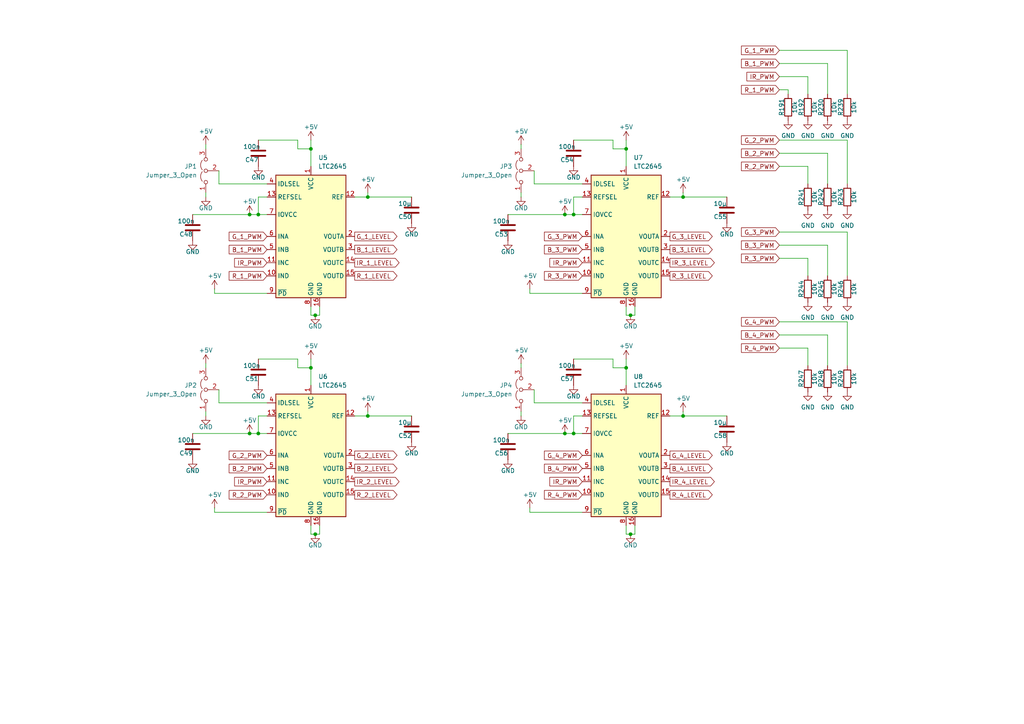
<source format=kicad_sch>
(kicad_sch (version 20250114) (generator "eeschema") (generator_version "9.0")
  (paper "A4")
  (title_block (title "608-Alfactory-Assay-Arena") (date "01.2024") (comment 1 "Optogen Arena RGB LED V1.0") (comment 2 "LED type: ASMG-PT00-00001") (comment 3 "R:625nm, G:525nm, B:460nm, IR:850nm"))
  (lib_symbols
    (symbol "Device:C" (pin_numbers (hide yes)) (pin_names (offset 0.254))
      (property "Reference" "C" (at 0.635 2.54 0))
      (property "Value" "C" (at 0.635 -2.54 0))
      (symbol "C_0_1"
        (polyline (pts (xy -2.032 0.762) (xy 2.032 0.762)) (stroke (width 0.508)))
        (polyline (pts (xy -2.032 -0.762) (xy 2.032 -0.762)) (stroke (width 0.508)))
      )
      (symbol "C_1_1"
        (pin passive line (at 0 3.81 270) (length 2.794) (name "~") (number "1"))
        (pin passive line (at 0 -3.81 90) (length 2.794) (name "~") (number "2"))
      )
    )
    (symbol "Device:R" (pin_numbers (hide yes)) (pin_names (offset 0))
      (property "Reference" "R" (at 2.032 0 90))
      (property "Value" "R" (at 0 0 90))
      (symbol "R_0_1"
        (rectangle (start -1.016 -2.54) (end 1.016 2.54) (stroke (width 0.254)))
      )
      (symbol "R_1_1"
        (pin passive line (at 0 3.81 270) (length 1.27) (name "~") (number "1"))
        (pin passive line (at 0 -3.81 90) (length 1.27) (name "~") (number "2"))
      )
    )
    (symbol "Jumper:Jumper_3_Open" (pin_names (offset 0) (hide yes)) (exclude_from_sim yes) (in_bom no)
      (property "Reference" "JP" (at -2.54 -2.54 0))
      (property "Value" "Jumper_3_Open" (at 0 2.794 0))
      (symbol "Jumper_3_Open_0_0"
        (circle (center -3.302 0) (radius 0.508))
        (circle (center 0 0) (radius 0.508))
        (circle (center 3.302 0) (radius 0.508))
      )
      (symbol "Jumper_3_Open_0_1"
        (arc (start -3.048 1.016) (mid -1.651 1.4992) (end -0.254 1.016))
        (polyline (pts (xy 0 -0.508) (xy 0 -1.27)))
        (arc (start 0.254 1.016) (mid 1.651 1.4992) (end 3.048 1.016))
      )
      (symbol "Jumper_3_Open_1_1"
        (pin passive line (at -6.35 0 0) (length 2.54) (name "A") (number "1"))
        (pin passive line (at 0 -3.81 90) (length 2.54) (name "C") (number "2"))
        (pin passive line (at 6.35 0 180) (length 2.54) (name "B") (number "3"))
      )
    )
    (symbol "LTC2645:LTC2645"
      (property "Reference" "U" (at -8.89 19.05 0))
      (property "Value" "LTC2645" (at 7.62 19.05 0))
      (symbol "LTC2645_0_1"
        (rectangle (start -10.16 17.78) (end 10.16 -17.78) (stroke (width 0.254)) (fill (type background)))
      )
      (symbol "LTC2645_1_1"
        (pin input line (at -12.7 15.24 0) (length 2.54) (name "IDLSEL") (number "4"))
        (pin input line (at -12.7 11.43 0) (length 2.54) (name "REFSEL") (number "13"))
        (pin input line (at -12.7 6.35 0) (length 2.54) (name "IOVCC") (number "7"))
        (pin input line (at -12.7 0 0) (length 2.54) (name "INA") (number "6"))
        (pin input line (at -12.7 -3.81 0) (length 2.54) (name "INB") (number "5"))
        (pin input line (at -12.7 -7.62 0) (length 2.54) (name "INC") (number "11"))
        (pin input line (at -12.7 -11.43 0) (length 2.54) (name "IND") (number "10"))
        (pin input line (at -12.7 -16.51 0) (length 2.54) (name "~{PD}") (number "9"))
        (pin power_in line (at 0 20.32 270) (length 2.54) (name "VCC") (number "1"))
        (pin power_in line (at 0 -20.32 90) (length 2.54) (name "GND") (number "8"))
        (pin power_in line (at 2.54 -20.32 90) (length 2.54) (name "GND") (number "16"))
        (pin power_in line (at 12.7 11.43 180) (length 2.54) (name "REF") (number "12"))
        (pin output line (at 12.7 0 180) (length 2.54) (name "VOUTA") (number "2"))
        (pin output line (at 12.7 -3.81 180) (length 2.54) (name "VOUTB") (number "3"))
        (pin output line (at 12.7 -7.62 180) (length 2.54) (name "VOUTC") (number "14"))
        (pin output line (at 12.7 -11.43 180) (length 2.54) (name "VOUTD") (number "15"))
      )
    )
    (symbol "power:+5V" (power) (pin_numbers (hide yes)) (pin_names (offset 0) (hide yes))
      (property "Value" "+5V" (at 0 3.556 0))
      (symbol "+5V_0_1"
        (polyline (pts (xy -0.762 1.27) (xy 0 2.54)))
        (polyline (pts (xy 0 2.54) (xy 0.762 1.27)))
        (polyline (pts (xy 0 0) (xy 0 2.54)))
      )
      (symbol "+5V_1_1"
        (pin power_in line (at 0 0 90) (length 0) (name "~") (number "1"))
      )
    )
    (symbol "power:GND" (power) (pin_numbers (hide yes)) (pin_names (offset 0) (hide yes))
      (property "Value" "GND" (at 0 -3.81 0))
      (symbol "GND_0_1"
        (polyline (pts (xy 0 0) (xy 0 -1.27) (xy 1.27 -1.27) (xy 0 -2.54) (xy -1.27 -1.27) (xy 0 -1.27)))
      )
      (symbol "GND_1_1"
        (pin power_in line (at 0 0 270) (length 0) (name "~") (number "1"))
      )
    )
  )
  (junction (at 182.88 154.94))
  (junction (at 163.83 62.23))
  (junction (at 181.61 43.18))
  (junction (at 90.17 43.18))
  (junction (at 181.61 106.68))
  (junction (at 72.39 125.73))
  (junction (at 74.93 62.23))
  (junction (at 166.37 62.23))
  (junction (at 90.17 106.68))
  (junction (at 163.83 125.73))
  (junction (at 91.44 154.94))
  (junction (at 198.12 120.65))
  (junction (at 198.12 57.15))
  (junction (at 182.88 91.44))
  (junction (at 106.68 120.65))
  (junction (at 106.68 57.15))
  (junction (at 91.44 91.44))
  (junction (at 166.37 125.73))
  (junction (at 72.39 62.23))
  (junction (at 74.93 125.73))
  (wire (pts (xy 166.37 120.65) (xy 166.37 125.73)))
  (wire (pts (xy 168.91 57.15) (xy 166.37 57.15)))
  (wire (pts (xy 63.5 49.53) (xy 63.5 53.34)))
  (wire (pts (xy 234.315 74.93) (xy 234.315 80.01)))
  (wire (pts (xy 147.32 125.73) (xy 163.83 125.73)))
  (wire (pts (xy 74.93 57.15) (xy 74.93 62.23)))
  (wire (pts (xy 240.03 18.415) (xy 240.03 27.305)))
  (wire (pts (xy 184.15 152.4) (xy 184.15 154.94)))
  (wire (pts (xy 154.94 49.53) (xy 154.94 53.34)))
  (wire (pts (xy 55.88 62.23) (xy 72.39 62.23)))
  (wire (pts (xy 92.71 91.44) (xy 91.44 91.44)))
  (wire (pts (xy 198.12 55.88) (xy 198.12 57.15)))
  (wire (pts (xy 166.37 125.73) (xy 168.91 125.73)))
  (wire (pts (xy 92.71 88.9) (xy 92.71 91.44)))
  (wire (pts (xy 86.36 43.18) (xy 90.17 43.18)))
  (wire (pts (xy 226.06 44.45) (xy 240.03 44.45)))
  (wire (pts (xy 168.91 120.65) (xy 166.37 120.65)))
  (wire (pts (xy 226.06 18.415) (xy 240.03 18.415)))
  (wire (pts (xy 151.13 105.41) (xy 151.13 106.68)))
  (wire (pts (xy 154.94 113.03) (xy 154.94 116.84)))
  (wire (pts (xy 234.315 22.225) (xy 234.315 27.305)))
  (wire (pts (xy 226.06 100.965) (xy 234.315 100.965)))
  (wire (pts (xy 181.61 106.68) (xy 181.61 111.76)))
  (wire (pts (xy 182.88 154.94) (xy 181.61 154.94)))
  (wire (pts (xy 154.94 116.84) (xy 168.91 116.84)))
  (wire (pts (xy 228.6 26.035) (xy 228.6 27.305)))
  (wire (pts (xy 226.06 97.155) (xy 240.03 97.155)))
  (wire (pts (xy 226.06 93.345) (xy 245.745 93.345)))
  (wire (pts (xy 153.67 83.82) (xy 153.67 85.09)))
  (wire (pts (xy 90.17 43.18) (xy 90.17 48.26)))
  (wire (pts (xy 59.69 105.41) (xy 59.69 106.68)))
  (wire (pts (xy 102.87 57.15) (xy 106.68 57.15)))
  (wire (pts (xy 74.93 62.23) (xy 77.47 62.23)))
  (wire (pts (xy 245.745 40.64) (xy 245.745 53.34)))
  (wire (pts (xy 74.93 40.64) (xy 86.36 40.64)))
  (wire (pts (xy 62.23 85.09) (xy 77.47 85.09)))
  (wire (pts (xy 245.745 14.605) (xy 245.745 27.305)))
  (wire (pts (xy 163.83 125.73) (xy 166.37 125.73)))
  (wire (pts (xy 181.61 91.44) (xy 181.61 88.9)))
  (wire (pts (xy 62.23 148.59) (xy 77.47 148.59)))
  (wire (pts (xy 166.37 57.15) (xy 166.37 62.23)))
  (wire (pts (xy 74.93 125.73) (xy 77.47 125.73)))
  (wire (pts (xy 77.47 120.65) (xy 74.93 120.65)))
  (wire (pts (xy 153.67 147.32) (xy 153.67 148.59)))
  (wire (pts (xy 72.39 62.23) (xy 74.93 62.23)))
  (wire (pts (xy 86.36 106.68) (xy 90.17 106.68)))
  (wire (pts (xy 90.17 106.68) (xy 90.17 111.76)))
  (wire (pts (xy 55.88 125.73) (xy 72.39 125.73)))
  (wire (pts (xy 62.23 147.32) (xy 62.23 148.59)))
  (wire (pts (xy 91.44 91.44) (xy 90.17 91.44)))
  (wire (pts (xy 92.71 152.4) (xy 92.71 154.94)))
  (wire (pts (xy 63.5 116.84) (xy 77.47 116.84)))
  (wire (pts (xy 226.06 71.12) (xy 240.03 71.12)))
  (wire (pts (xy 151.13 41.91) (xy 151.13 43.18)))
  (wire (pts (xy 184.15 91.44) (xy 182.88 91.44)))
  (wire (pts (xy 106.68 57.15) (xy 119.38 57.15)))
  (wire (pts (xy 198.12 120.65) (xy 210.82 120.65)))
  (wire (pts (xy 166.37 104.14) (xy 177.8 104.14)))
  (wire (pts (xy 153.67 85.09) (xy 168.91 85.09)))
  (wire (pts (xy 102.87 120.65) (xy 106.68 120.65)))
  (wire (pts (xy 226.06 14.605) (xy 245.745 14.605)))
  (wire (pts (xy 240.03 97.155) (xy 240.03 106.045)))
  (wire (pts (xy 194.31 120.65) (xy 198.12 120.65)))
  (wire (pts (xy 90.17 40.64) (xy 90.17 43.18)))
  (wire (pts (xy 59.69 41.91) (xy 59.69 43.18)))
  (wire (pts (xy 226.06 48.26) (xy 234.315 48.26)))
  (wire (pts (xy 92.71 154.94) (xy 91.44 154.94)))
  (wire (pts (xy 166.37 62.23) (xy 168.91 62.23)))
  (wire (pts (xy 151.13 119.38) (xy 151.13 120.65)))
  (wire (pts (xy 72.39 125.73) (xy 74.93 125.73)))
  (wire (pts (xy 74.93 104.14) (xy 86.36 104.14)))
  (wire (pts (xy 91.44 154.94) (xy 90.17 154.94)))
  (wire (pts (xy 63.5 53.34) (xy 77.47 53.34)))
  (wire (pts (xy 226.06 74.93) (xy 234.315 74.93)))
  (wire (pts (xy 74.93 120.65) (xy 74.93 125.73)))
  (wire (pts (xy 77.47 57.15) (xy 74.93 57.15)))
  (wire (pts (xy 198.12 57.15) (xy 210.82 57.15)))
  (wire (pts (xy 106.68 120.65) (xy 119.38 120.65)))
  (wire (pts (xy 226.06 22.225) (xy 234.315 22.225)))
  (wire (pts (xy 198.12 119.38) (xy 198.12 120.65)))
  (wire (pts (xy 245.745 67.31) (xy 245.745 80.01)))
  (wire (pts (xy 181.61 104.14) (xy 181.61 106.68)))
  (wire (pts (xy 166.37 40.64) (xy 177.8 40.64)))
  (wire (pts (xy 177.8 40.64) (xy 177.8 43.18)))
  (wire (pts (xy 106.68 119.38) (xy 106.68 120.65)))
  (wire (pts (xy 234.315 48.26) (xy 234.315 53.34)))
  (wire (pts (xy 62.23 83.82) (xy 62.23 85.09)))
  (wire (pts (xy 194.31 57.15) (xy 198.12 57.15)))
  (wire (pts (xy 90.17 154.94) (xy 90.17 152.4)))
  (wire (pts (xy 226.06 26.035) (xy 228.6 26.035)))
  (wire (pts (xy 59.69 55.88) (xy 59.69 57.15)))
  (wire (pts (xy 90.17 104.14) (xy 90.17 106.68)))
  (wire (pts (xy 226.06 67.31) (xy 245.745 67.31)))
  (wire (pts (xy 240.03 71.12) (xy 240.03 80.01)))
  (wire (pts (xy 184.15 88.9) (xy 184.15 91.44)))
  (wire (pts (xy 86.36 104.14) (xy 86.36 106.68)))
  (wire (pts (xy 153.67 148.59) (xy 168.91 148.59)))
  (wire (pts (xy 151.13 55.88) (xy 151.13 57.15)))
  (wire (pts (xy 234.315 100.965) (xy 234.315 106.045)))
  (wire (pts (xy 245.745 93.345) (xy 245.745 106.045)))
  (wire (pts (xy 147.32 62.23) (xy 163.83 62.23)))
  (wire (pts (xy 90.17 91.44) (xy 90.17 88.9)))
  (wire (pts (xy 177.8 104.14) (xy 177.8 106.68)))
  (wire (pts (xy 177.8 43.18) (xy 181.61 43.18)))
  (wire (pts (xy 226.06 40.64) (xy 245.745 40.64)))
  (wire (pts (xy 106.68 55.88) (xy 106.68 57.15)))
  (wire (pts (xy 163.83 62.23) (xy 166.37 62.23)))
  (wire (pts (xy 181.61 154.94) (xy 181.61 152.4)))
  (wire (pts (xy 182.88 91.44) (xy 181.61 91.44)))
  (wire (pts (xy 86.36 40.64) (xy 86.36 43.18)))
  (wire (pts (xy 177.8 106.68) (xy 181.61 106.68)))
  (wire (pts (xy 184.15 154.94) (xy 182.88 154.94)))
  (wire (pts (xy 181.61 43.18) (xy 181.61 48.26)))
  (wire (pts (xy 181.61 40.64) (xy 181.61 43.18)))
  (wire (pts (xy 154.94 53.34) (xy 168.91 53.34)))
  (wire (pts (xy 63.5 113.03) (xy 63.5 116.84)))
  (wire (pts (xy 59.69 119.38) (xy 59.69 120.65)))
  (wire (pts (xy 240.03 44.45) (xy 240.03 53.34)))
  (global_label "R_2_PWM" (shape input) (at 226.06 48.26 180) (property "Intersheetrefs" "${INTERSHEET_REFS}" (effects (hide yes))))
  (global_label "IR_4_LEVEL" (shape output) (at 194.31 139.7 0) (property "Intersheetrefs" "${INTERSHEET_REFS}" (effects (hide yes))))
  (global_label "B_2_PWM" (shape input) (at 77.47 135.89 180) (property "Intersheetrefs" "${INTERSHEET_REFS}" (effects (hide yes))))
  (global_label "G_3_PWM" (shape input) (at 168.91 68.58 180) (property "Intersheetrefs" "${INTERSHEET_REFS}" (effects (hide yes))))
  (global_label "G_4_PWM" (shape input) (at 226.06 93.345 180) (property "Intersheetrefs" "${INTERSHEET_REFS}" (effects (hide yes))))
  (global_label "B_1_LEVEL" (shape output) (at 102.87 72.39 0) (property "Intersheetrefs" "${INTERSHEET_REFS}" (effects (hide yes))))
  (global_label "R_2_PWM" (shape input) (at 77.47 143.51 180) (property "Intersheetrefs" "${INTERSHEET_REFS}" (effects (hide yes))))
  (global_label "G_3_LEVEL" (shape output) (at 194.31 68.58 0) (property "Intersheetrefs" "${INTERSHEET_REFS}" (effects (hide yes))))
  (global_label "B_1_PWM" (shape input) (at 226.06 18.415 180) (property "Intersheetrefs" "${INTERSHEET_REFS}" (effects (hide yes))))
  (global_label "G_4_LEVEL" (shape output) (at 194.31 132.08 0) (property "Intersheetrefs" "${INTERSHEET_REFS}" (effects (hide yes))))
  (global_label "B_4_LEVEL" (shape output) (at 194.31 135.89 0) (property "Intersheetrefs" "${INTERSHEET_REFS}" (effects (hide yes))))
  (global_label "IR_PWM" (shape input) (at 77.47 76.2 180) (property "Intersheetrefs" "${INTERSHEET_REFS}" (effects (hide yes))))
  (global_label "IR_PWM" (shape input) (at 168.91 76.2 180) (property "Intersheetrefs" "${INTERSHEET_REFS}" (effects (hide yes))))
  (global_label "B_3_LEVEL" (shape output) (at 194.31 72.39 0) (property "Intersheetrefs" "${INTERSHEET_REFS}" (effects (hide yes))))
  (global_label "R_3_PWM" (shape input) (at 226.06 74.93 180) (property "Intersheetrefs" "${INTERSHEET_REFS}" (effects (hide yes))))
  (global_label "G_3_PWM" (shape input) (at 226.06 67.31 180) (property "Intersheetrefs" "${INTERSHEET_REFS}" (effects (hide yes))))
  (global_label "IR_PWM" (shape input) (at 226.06 22.225 180) (property "Intersheetrefs" "${INTERSHEET_REFS}" (effects (hide yes))))
  (global_label "R_3_LEVEL" (shape output) (at 194.31 80.01 0) (property "Intersheetrefs" "${INTERSHEET_REFS}" (effects (hide yes))))
  (global_label "G_4_PWM" (shape input) (at 168.91 132.08 180) (property "Intersheetrefs" "${INTERSHEET_REFS}" (effects (hide yes))))
  (global_label "IR_3_LEVEL" (shape output) (at 194.31 76.2 0) (property "Intersheetrefs" "${INTERSHEET_REFS}" (effects (hide yes))))
  (global_label "G_2_PWM" (shape input) (at 226.06 40.64 180) (property "Intersheetrefs" "${INTERSHEET_REFS}" (effects (hide yes))))
  (global_label "G_2_LEVEL" (shape output) (at 102.87 132.08 0) (property "Intersheetrefs" "${INTERSHEET_REFS}" (effects (hide yes))))
  (global_label "R_3_PWM" (shape input) (at 168.91 80.01 180) (property "Intersheetrefs" "${INTERSHEET_REFS}" (effects (hide yes))))
  (global_label "R_4_PWM" (shape input) (at 226.06 100.965 180) (property "Intersheetrefs" "${INTERSHEET_REFS}" (effects (hide yes))))
  (global_label "B_2_LEVEL" (shape output) (at 102.87 135.89 0) (property "Intersheetrefs" "${INTERSHEET_REFS}" (effects (hide yes))))
  (global_label "B_3_PWM" (shape input) (at 168.91 72.39 180) (property "Intersheetrefs" "${INTERSHEET_REFS}" (effects (hide yes))))
  (global_label "G_2_PWM" (shape input) (at 77.47 132.08 180) (property "Intersheetrefs" "${INTERSHEET_REFS}" (effects (hide yes))))
  (global_label "IR_PWM" (shape input) (at 168.91 139.7 180) (property "Intersheetrefs" "${INTERSHEET_REFS}" (effects (hide yes))))
  (global_label "G_1_PWM" (shape input) (at 77.47 68.58 180) (property "Intersheetrefs" "${INTERSHEET_REFS}" (effects (hide yes))))
  (global_label "R_2_LEVEL" (shape output) (at 102.87 143.51 0) (property "Intersheetrefs" "${INTERSHEET_REFS}" (effects (hide yes))))
  (global_label "R_1_LEVEL" (shape output) (at 102.87 80.01 0) (property "Intersheetrefs" "${INTERSHEET_REFS}" (effects (hide yes))))
  (global_label "G_1_LEVEL" (shape output) (at 102.87 68.58 0) (property "Intersheetrefs" "${INTERSHEET_REFS}" (effects (hide yes))))
  (global_label "B_4_PWM" (shape input) (at 226.06 97.155 180) (property "Intersheetrefs" "${INTERSHEET_REFS}" (effects (hide yes))))
  (global_label "R_1_PWM" (shape input) (at 226.06 26.035 180) (property "Intersheetrefs" "${INTERSHEET_REFS}" (effects (hide yes))))
  (global_label "IR_PWM" (shape input) (at 77.47 139.7 180) (property "Intersheetrefs" "${INTERSHEET_REFS}" (effects (hide yes))))
  (global_label "R_4_LEVEL" (shape output) (at 194.31 143.51 0) (property "Intersheetrefs" "${INTERSHEET_REFS}" (effects (hide yes))))
  (global_label "IR_1_LEVEL" (shape output) (at 102.87 76.2 0) (property "Intersheetrefs" "${INTERSHEET_REFS}" (effects (hide yes))))
  (global_label "B_3_PWM" (shape input) (at 226.06 71.12 180) (property "Intersheetrefs" "${INTERSHEET_REFS}" (effects (hide yes))))
  (global_label "IR_2_LEVEL" (shape output) (at 102.87 139.7 0) (property "Intersheetrefs" "${INTERSHEET_REFS}" (effects (hide yes))))
  (global_label "R_1_PWM" (shape input) (at 77.47 80.01 180) (property "Intersheetrefs" "${INTERSHEET_REFS}" (effects (hide yes))))
  (global_label "G_1_PWM" (shape input) (at 226.06 14.605 180) (property "Intersheetrefs" "${INTERSHEET_REFS}" (effects (hide yes))))
  (global_label "B_2_PWM" (shape input) (at 226.06 44.45 180) (property "Intersheetrefs" "${INTERSHEET_REFS}" (effects (hide yes))))
  (global_label "B_1_PWM" (shape input) (at 77.47 72.39 180) (property "Intersheetrefs" "${INTERSHEET_REFS}" (effects (hide yes))))
  (global_label "R_4_PWM" (shape input) (at 168.91 143.51 180) (property "Intersheetrefs" "${INTERSHEET_REFS}" (effects (hide yes))))
  (global_label "B_4_PWM" (shape input) (at 168.91 135.89 180) (property "Intersheetrefs" "${INTERSHEET_REFS}" (effects (hide yes))))
  (symbol (lib_id "power:+5V") (at 151.13 41.91 0) (unit 1)
    (property "Reference" "#PWR0178" (effects (hide yes)))
    (property "Value" "+5V" (at 151.13 38.1 0))
    (property "Description" "Power symbol creates a global label with name \"+5V\"" (effects (hide yes)))
  )
  (symbol (lib_id "Device:C") (at 119.38 60.96 180) (unit 1)
    (property "Reference" "C50" (at 117.475 62.865 0))
    (property "Value" "10µ" (at 117.475 59.055 0))
    (property "Footprint" "Capacitor_SMD:C_0805_2012Metric" (effects (hide yes)))
    (property "Description" "Unpolarized capacitor" (effects (hide yes)))
  )
  (symbol (lib_id "power:+5V") (at 59.69 105.41 0) (unit 1)
    (property "Reference" "#PWR0168" (effects (hide yes)))
    (property "Value" "+5V" (at 59.69 101.6 0))
    (property "Description" "Power symbol creates a global label with name \"+5V\"" (effects (hide yes)))
  )
  (symbol (lib_id "power:+5V") (at 163.83 62.23 0) (unit 1)
    (property "Reference" "#PWR0181" (effects (hide yes)))
    (property "Value" "+5V" (at 163.83 58.42 0))
    (property "Description" "Power symbol creates a global label with name \"+5V\"" (effects (hide yes)))
  )
  (symbol (lib_id "power:GND") (at 240.03 34.925 0) (unit 1)
    (property "Reference" "#PWR068" (effects (hide yes)))
    (property "Value" "GND" (at 240.03 39.37 0))
    (property "Description" "Power symbol creates a global label with name \"GND\" , ground" (effects (hide yes)))
  )
  (symbol (lib_id "power:GND") (at 166.37 48.26 0) (unit 1)
    (property "Reference" "#PWR0182" (effects (hide yes)))
    (property "Value" "GND" (at 166.37 51.435 0))
    (property "Description" "Power symbol creates a global label with name \"GND\" , ground" (effects (hide yes)))
  )
  (symbol (lib_id "power:GND") (at 166.37 111.76 0) (unit 1)
    (property "Reference" "#PWR0192" (effects (hide yes)))
    (property "Value" "GND" (at 166.37 114.935 0))
    (property "Description" "Power symbol creates a global label with name \"GND\" , ground" (effects (hide yes)))
  )
  (symbol (lib_id "Device:R") (at 245.745 83.82 180) (unit 1)
    (property "Reference" "R246" (at 243.84 83.82 90))
    (property "Value" "10k" (at 247.65 83.82 90))
    (property "Footprint" "Resistor_SMD:R_0805_2012Metric" (effects (hide yes)))
  )
  (symbol (lib_id "power:GND") (at 245.745 87.63 0) (unit 1)
    (property "Reference" "#PWR0275" (effects (hide yes)))
    (property "Value" "GND" (at 245.745 92.075 0))
    (property "Description" "Power symbol creates a global label with name \"GND\" , ground" (effects (hide yes)))
  )
  (symbol (lib_id "power:+5V") (at 72.39 62.23 0) (unit 1)
    (property "Reference" "#PWR0159" (effects (hide yes)))
    (property "Value" "+5V" (at 72.39 58.42 0))
    (property "Description" "Power symbol creates a global label with name \"+5V\"" (effects (hide yes)))
  )
  (symbol (lib_id "power:GND") (at 74.93 111.76 0) (unit 1)
    (property "Reference" "#PWR0172" (effects (hide yes)))
    (property "Value" "GND" (at 74.93 114.935 0))
    (property "Description" "Power symbol creates a global label with name \"GND\" , ground" (effects (hide yes)))
  )
  (symbol (lib_id "power:GND") (at 55.88 69.85 0) (unit 1)
    (property "Reference" "#PWR0160" (effects (hide yes)))
    (property "Value" "GND" (at 55.88 73.025 0))
    (property "Description" "Power symbol creates a global label with name \"GND\" , ground" (effects (hide yes)))
  )
  (symbol (lib_id "power:GND") (at 228.6 34.925 0) (unit 1)
    (property "Reference" "#PWR055" (effects (hide yes)))
    (property "Value" "GND" (at 228.6 39.37 0))
    (property "Description" "Power symbol creates a global label with name \"GND\" , ground" (effects (hide yes)))
  )
  (symbol (lib_id "power:GND") (at 59.69 57.15 0) (unit 1)
    (property "Reference" "#PWR0164" (effects (hide yes)))
    (property "Value" "GND" (at 59.69 60.325 0))
    (property "Description" "Power symbol creates a global label with name \"GND\" , ground" (effects (hide yes)))
  )
  (symbol (lib_id "power:+5V") (at 62.23 147.32 0) (unit 1)
    (property "Reference" "#PWR0170" (effects (hide yes)))
    (property "Value" "+5V" (at 62.23 143.51 0))
    (property "Description" "Power symbol creates a global label with name \"+5V\"" (effects (hide yes)))
  )
  (symbol (lib_id "Device:C") (at 166.37 44.45 180) (unit 1)
    (property "Reference" "C54" (at 164.465 46.355 0))
    (property "Value" "100n" (at 164.465 42.545 0))
    (property "Footprint" "Capacitor_SMD:C_0805_2012Metric" (effects (hide yes)))
    (property "Description" "Unpolarized capacitor" (effects (hide yes)))
  )
  (symbol (lib_id "Jumper:Jumper_3_Open") (at 151.13 113.03 90) (unit 1) (in_bom no)
    (property "Reference" "JP4" (at 148.59 111.7599 90) (effects (justify left)))
    (property "Value" "Jumper_3_Open" (at 148.59 114.2999 90) (effects (justify left)))
    (property "Footprint" "Jumper:SolderJumper-3_P1.3mm_Open_RoundedPad1.0x1.5mm" (effects (hide yes)))
    (property "Description" "Jumper, 3-pole, both open" (effects (hide yes)))
  )
  (symbol (lib_id "power:GND") (at 245.745 60.96 0) (unit 1)
    (property "Reference" "#PWR0197" (effects (hide yes)))
    (property "Value" "GND" (at 245.745 65.405 0))
    (property "Description" "Power symbol creates a global label with name \"GND\" , ground" (effects (hide yes)))
  )
  (symbol (lib_id "Device:C") (at 55.88 129.54 180) (unit 1)
    (property "Reference" "C49" (at 53.975 131.445 0))
    (property "Value" "100n" (at 53.975 127.635 0))
    (property "Footprint" "Capacitor_SMD:C_0805_2012Metric" (effects (hide yes)))
    (property "Description" "Unpolarized capacitor" (effects (hide yes)))
  )
  (symbol (lib_id "power:+5V") (at 90.17 104.14 0) (unit 1)
    (property "Reference" "#PWR0173" (effects (hide yes)))
    (property "Value" "+5V" (at 90.17 100.33 0))
    (property "Description" "Power symbol creates a global label with name \"+5V\"" (effects (hide yes)))
  )
  (symbol (lib_id "Jumper:Jumper_3_Open") (at 151.13 49.53 90) (unit 1) (in_bom no)
    (property "Reference" "JP3" (at 148.59 48.2599 90) (effects (justify left)))
    (property "Value" "Jumper_3_Open" (at 148.59 50.7999 90) (effects (justify left)))
    (property "Footprint" "Jumper:SolderJumper-3_P1.3mm_Open_RoundedPad1.0x1.5mm" (effects (hide yes)))
    (property "Description" "Jumper, 3-pole, both open" (effects (hide yes)))
  )
  (symbol (lib_id "power:GND") (at 119.38 64.77 0) (unit 1)
    (property "Reference" "#PWR0162" (effects (hide yes)))
    (property "Value" "GND" (at 119.38 67.945 0))
    (property "Description" "Power symbol creates a global label with name \"GND\" , ground" (effects (hide yes)))
  )
  (symbol (lib_id "Device:R") (at 240.03 109.855 180) (unit 1)
    (property "Reference" "R248" (at 238.125 109.855 90))
    (property "Value" "10k" (at 241.935 109.855 90))
    (property "Footprint" "Resistor_SMD:R_0805_2012Metric" (effects (hide yes)))
  )
  (symbol (lib_id "Device:C") (at 147.32 66.04 180) (unit 1)
    (property "Reference" "C53" (at 145.415 67.945 0))
    (property "Value" "100n" (at 145.415 64.135 0))
    (property "Footprint" "Capacitor_SMD:C_0805_2012Metric" (effects (hide yes)))
    (property "Description" "Unpolarized capacitor" (effects (hide yes)))
  )
  (symbol (lib_id "power:GND") (at 240.03 87.63 0) (unit 1)
    (property "Reference" "#PWR0259" (effects (hide yes)))
    (property "Value" "GND" (at 240.03 92.075 0))
    (property "Description" "Power symbol creates a global label with name \"GND\" , ground" (effects (hide yes)))
  )
  (symbol (lib_id "Device:R") (at 234.315 31.115 180) (unit 1)
    (property "Reference" "R192" (at 232.41 31.115 90))
    (property "Value" "10k" (at 236.22 31.115 90))
    (property "Footprint" "Resistor_SMD:R_0805_2012Metric" (effects (hide yes)))
  )
  (symbol (lib_id "power:GND") (at 91.44 154.94 0) (unit 1)
    (property "Reference" "#PWR0174" (effects (hide yes)))
    (property "Value" "GND" (at 91.44 158.115 0))
    (property "Description" "Power symbol creates a global label with name \"GND\" , ground" (effects (hide yes)))
  )
  (symbol (lib_id "power:GND") (at 182.88 91.44 0) (unit 1)
    (property "Reference" "#PWR0184" (effects (hide yes)))
    (property "Value" "GND" (at 182.88 94.615 0))
    (property "Description" "Power symbol creates a global label with name \"GND\" , ground" (effects (hide yes)))
  )
  (symbol (lib_id "power:+5V") (at 106.68 55.88 0) (unit 1)
    (property "Reference" "#PWR0161" (effects (hide yes)))
    (property "Value" "+5V" (at 106.68 52.07 0))
    (property "Description" "Power symbol creates a global label with name \"+5V\"" (effects (hide yes)))
  )
  (symbol (lib_id "Device:R") (at 240.03 57.15 180) (unit 1)
    (property "Reference" "R242" (at 238.125 57.15 90))
    (property "Value" "10k" (at 241.935 57.15 90))
    (property "Footprint" "Resistor_SMD:R_0805_2012Metric" (effects (hide yes)))
  )
  (symbol (lib_id "power:GND") (at 234.315 34.925 0) (unit 1)
    (property "Reference" "#PWR056" (effects (hide yes)))
    (property "Value" "GND" (at 234.315 39.37 0))
    (property "Description" "Power symbol creates a global label with name \"GND\" , ground" (effects (hide yes)))
  )
  (symbol (lib_id "power:+5V") (at 106.68 119.38 0) (unit 1)
    (property "Reference" "#PWR0175" (effects (hide yes)))
    (property "Value" "+5V" (at 106.68 115.57 0))
    (property "Description" "Power symbol creates a global label with name \"+5V\"" (effects (hide yes)))
  )
  (symbol (lib_id "power:+5V") (at 62.23 83.82 0) (unit 1)
    (property "Reference" "#PWR0166" (effects (hide yes)))
    (property "Value" "+5V" (at 62.23 80.01 0))
    (property "Description" "Power symbol creates a global label with name \"+5V\"" (effects (hide yes)))
  )
  (symbol (lib_id "power:GND") (at 240.03 60.96 0) (unit 1)
    (property "Reference" "#PWR0108" (effects (hide yes)))
    (property "Value" "GND" (at 240.03 65.405 0))
    (property "Description" "Power symbol creates a global label with name \"GND\" , ground" (effects (hide yes)))
  )
  (symbol (lib_id "power:GND") (at 245.745 113.665 0) (unit 1)
    (property "Reference" "#PWR0280" (effects (hide yes)))
    (property "Value" "GND" (at 245.745 118.11 0))
    (property "Description" "Power symbol creates a global label with name \"GND\" , ground" (effects (hide yes)))
  )
  (symbol (lib_id "Device:R") (at 240.03 83.82 180) (unit 1)
    (property "Reference" "R245" (at 238.125 83.82 90))
    (property "Value" "10k" (at 241.935 83.82 90))
    (property "Footprint" "Resistor_SMD:R_0805_2012Metric" (effects (hide yes)))
  )
  (symbol (lib_id "power:GND") (at 234.315 113.665 0) (unit 1)
    (property "Reference" "#PWR0278" (effects (hide yes)))
    (property "Value" "GND" (at 234.315 118.11 0))
    (property "Description" "Power symbol creates a global label with name \"GND\" , ground" (effects (hide yes)))
  )
  (symbol (lib_id "Device:R") (at 234.315 83.82 180) (unit 1)
    (property "Reference" "R244" (at 232.41 83.82 90))
    (property "Value" "10k" (at 236.22 83.82 90))
    (property "Footprint" "Resistor_SMD:R_0805_2012Metric" (effects (hide yes)))
  )
  (symbol (lib_id "LTC2645:LTC2645") (at 90.17 132.08 0) (unit 1)
    (property "Reference" "U6" (at 92.3133 109.22 0) (effects (justify left)))
    (property "Value" "LTC2645" (at 92.3133 111.76 0) (effects (justify left)))
    (property "Footprint" "Package_SO:MSOP-16_3x4.039mm_P0.5mm" (effects (hide yes)))
    (property "Datasheet" "https://www.analog.com/media/en/technical-documentation/data-sheets/LTC2645.pdf" (effects (hide yes)))
    (property "Description" "Quad 12-/10-/8-Bit PWM to VOUT DACs with 10ppm/°C Reference" (effects (hide yes)))
  )
  (symbol (lib_id "Device:C") (at 166.37 107.95 180) (unit 1)
    (property "Reference" "C57" (at 164.465 109.855 0))
    (property "Value" "100n" (at 164.465 106.045 0))
    (property "Footprint" "Capacitor_SMD:C_0805_2012Metric" (effects (hide yes)))
    (property "Description" "Unpolarized capacitor" (effects (hide yes)))
  )
  (symbol (lib_id "power:GND") (at 234.315 87.63 0) (unit 1)
    (property "Reference" "#PWR0258" (effects (hide yes)))
    (property "Value" "GND" (at 234.315 92.075 0))
    (property "Description" "Power symbol creates a global label with name \"GND\" , ground" (effects (hide yes)))
  )
  (symbol (lib_id "power:GND") (at 147.32 69.85 0) (unit 1)
    (property "Reference" "#PWR0177" (effects (hide yes)))
    (property "Value" "GND" (at 147.32 73.025 0))
    (property "Description" "Power symbol creates a global label with name \"GND\" , ground" (effects (hide yes)))
  )
  (symbol (lib_id "LTC2645:LTC2645") (at 181.61 132.08 0) (unit 1)
    (property "Reference" "U8" (at 183.7533 109.22 0) (effects (justify left)))
    (property "Value" "LTC2645" (at 183.7533 111.76 0) (effects (justify left)))
    (property "Footprint" "Package_SO:MSOP-16_3x4.039mm_P0.5mm" (effects (hide yes)))
    (property "Datasheet" "https://www.analog.com/media/en/technical-documentation/data-sheets/LTC2645.pdf" (effects (hide yes)))
    (property "Description" "Quad 12-/10-/8-Bit PWM to VOUT DACs with 10ppm/°C Reference" (effects (hide yes)))
  )
  (symbol (lib_id "power:GND") (at 151.13 57.15 0) (unit 1)
    (property "Reference" "#PWR0179" (effects (hide yes)))
    (property "Value" "GND" (at 151.13 60.325 0))
    (property "Description" "Power symbol creates a global label with name \"GND\" , ground" (effects (hide yes)))
  )
  (symbol (lib_id "Device:R") (at 245.745 109.855 180) (unit 1)
    (property "Reference" "R249" (at 243.84 109.855 90))
    (property "Value" "10k" (at 247.65 109.855 90))
    (property "Footprint" "Resistor_SMD:R_0805_2012Metric" (effects (hide yes)))
  )
  (symbol (lib_id "power:+5V") (at 153.67 83.82 0) (unit 1)
    (property "Reference" "#PWR0180" (effects (hide yes)))
    (property "Value" "+5V" (at 153.67 80.01 0))
    (property "Description" "Power symbol creates a global label with name \"+5V\"" (effects (hide yes)))
  )
  (symbol (lib_id "power:GND") (at 59.69 120.65 0) (unit 1)
    (property "Reference" "#PWR0169" (effects (hide yes)))
    (property "Value" "GND" (at 59.69 123.825 0))
    (property "Description" "Power symbol creates a global label with name \"GND\" , ground" (effects (hide yes)))
  )
  (symbol (lib_id "Device:R") (at 240.03 31.115 180) (unit 1)
    (property "Reference" "R230" (at 238.125 31.115 90))
    (property "Value" "10k" (at 241.935 31.115 90))
    (property "Footprint" "Resistor_SMD:R_0805_2012Metric" (effects (hide yes)))
  )
  (symbol (lib_id "Device:C") (at 74.93 44.45 180) (unit 1)
    (property "Reference" "C47" (at 73.025 46.355 0))
    (property "Value" "100n" (at 73.025 42.545 0))
    (property "Footprint" "Capacitor_SMD:C_0805_2012Metric" (effects (hide yes)))
    (property "Description" "Unpolarized capacitor" (effects (hide yes)))
  )
  (symbol (lib_id "Device:C") (at 55.88 66.04 180) (unit 1)
    (property "Reference" "C48" (at 53.975 67.945 0))
    (property "Value" "100n" (at 53.975 64.135 0))
    (property "Footprint" "Capacitor_SMD:C_0805_2012Metric" (effects (hide yes)))
    (property "Description" "Unpolarized capacitor" (effects (hide yes)))
  )
  (symbol (lib_id "power:+5V") (at 198.12 119.38 0) (unit 1)
    (property "Reference" "#PWR0195" (effects (hide yes)))
    (property "Value" "+5V" (at 198.12 115.57 0))
    (property "Description" "Power symbol creates a global label with name \"+5V\"" (effects (hide yes)))
  )
  (symbol (lib_id "power:GND") (at 210.82 64.77 0) (unit 1)
    (property "Reference" "#PWR0186" (effects (hide yes)))
    (property "Value" "GND" (at 210.82 67.945 0))
    (property "Description" "Power symbol creates a global label with name \"GND\" , ground" (effects (hide yes)))
  )
  (symbol (lib_id "power:+5V") (at 72.39 125.73 0) (unit 1)
    (property "Reference" "#PWR0171" (effects (hide yes)))
    (property "Value" "+5V" (at 72.39 121.92 0))
    (property "Description" "Power symbol creates a global label with name \"+5V\"" (effects (hide yes)))
  )
  (symbol (lib_id "power:GND") (at 245.745 34.925 0) (unit 1)
    (property "Reference" "#PWR069" (effects (hide yes)))
    (property "Value" "GND" (at 245.745 39.37 0))
    (property "Description" "Power symbol creates a global label with name \"GND\" , ground" (effects (hide yes)))
  )
  (symbol (lib_id "power:GND") (at 91.44 91.44 0) (unit 1)
    (property "Reference" "#PWR0163" (effects (hide yes)))
    (property "Value" "GND" (at 91.44 94.615 0))
    (property "Description" "Power symbol creates a global label with name \"GND\" , ground" (effects (hide yes)))
  )
  (symbol (lib_id "Device:C") (at 74.93 107.95 180) (unit 1)
    (property "Reference" "C51" (at 73.025 109.855 0))
    (property "Value" "100n" (at 73.025 106.045 0))
    (property "Footprint" "Capacitor_SMD:C_0805_2012Metric" (effects (hide yes)))
    (property "Description" "Unpolarized capacitor" (effects (hide yes)))
  )
  (symbol (lib_id "Device:R") (at 234.315 57.15 180) (unit 1)
    (property "Reference" "R241" (at 232.41 57.15 90))
    (property "Value" "10k" (at 236.22 57.15 90))
    (property "Footprint" "Resistor_SMD:R_0805_2012Metric" (effects (hide yes)))
  )
  (symbol (lib_id "Device:R") (at 234.315 109.855 180) (unit 1)
    (property "Reference" "R247" (at 232.41 109.855 90))
    (property "Value" "10k" (at 236.22 109.855 90))
    (property "Footprint" "Resistor_SMD:R_0805_2012Metric" (effects (hide yes)))
  )
  (symbol (lib_id "Jumper:Jumper_3_Open") (at 59.69 49.53 90) (unit 1) (in_bom no)
    (property "Reference" "JP1" (at 57.15 48.2599 90) (effects (justify left)))
    (property "Value" "Jumper_3_Open" (at 57.15 50.7999 90) (effects (justify left)))
    (property "Footprint" "Jumper:SolderJumper-3_P1.3mm_Open_RoundedPad1.0x1.5mm" (effects (hide yes)))
    (property "Description" "Jumper, 3-pole, both open" (effects (hide yes)))
  )
  (symbol (lib_id "power:GND") (at 147.32 133.35 0) (unit 1)
    (property "Reference" "#PWR0187" (effects (hide yes)))
    (property "Value" "GND" (at 147.32 136.525 0))
    (property "Description" "Power symbol creates a global label with name \"GND\" , ground" (effects (hide yes)))
  )
  (symbol (lib_id "Jumper:Jumper_3_Open") (at 59.69 113.03 90) (unit 1) (in_bom no)
    (property "Reference" "JP2" (at 57.15 111.7599 90) (effects (justify left)))
    (property "Value" "Jumper_3_Open" (at 57.15 114.2999 90) (effects (justify left)))
    (property "Footprint" "Jumper:SolderJumper-3_P1.3mm_Open_RoundedPad1.0x1.5mm" (effects (hide yes)))
    (property "Description" "Jumper, 3-pole, both open" (effects (hide yes)))
  )
  (symbol (lib_id "power:GND") (at 182.88 154.94 0) (unit 1)
    (property "Reference" "#PWR0194" (effects (hide yes)))
    (property "Value" "GND" (at 182.88 158.115 0))
    (property "Description" "Power symbol creates a global label with name \"GND\" , ground" (effects (hide yes)))
  )
  (symbol (lib_id "Device:R") (at 228.6 31.115 180) (unit 1)
    (property "Reference" "R191" (at 226.695 31.115 90))
    (property "Value" "10k" (at 230.505 31.115 90))
    (property "Footprint" "Resistor_SMD:R_0805_2012Metric" (effects (hide yes)))
  )
  (symbol (lib_id "power:GND") (at 210.82 128.27 0) (unit 1)
    (property "Reference" "#PWR0196" (effects (hide yes)))
    (property "Value" "GND" (at 210.82 131.445 0))
    (property "Description" "Power symbol creates a global label with name \"GND\" , ground" (effects (hide yes)))
  )
  (symbol (lib_id "LTC2645:LTC2645") (at 90.17 68.58 0) (unit 1)
    (property "Reference" "U5" (at 92.3133 45.72 0) (effects (justify left)))
    (property "Value" "LTC2645" (at 92.3133 48.26 0) (effects (justify left)))
    (property "Footprint" "Package_SO:MSOP-16_3x4.039mm_P0.5mm" (effects (hide yes)))
    (property "Datasheet" "https://www.analog.com/media/en/technical-documentation/data-sheets/LTC2645.pdf" (effects (hide yes)))
    (property "Description" "Quad 12-/10-/8-Bit PWM to VOUT DACs with 10ppm/°C Reference" (effects (hide yes)))
  )
  (symbol (lib_id "power:+5V") (at 153.67 147.32 0) (unit 1)
    (property "Reference" "#PWR0190" (effects (hide yes)))
    (property "Value" "+5V" (at 153.67 143.51 0))
    (property "Description" "Power symbol creates a global label with name \"+5V\"" (effects (hide yes)))
  )
  (symbol (lib_id "LTC2645:LTC2645") (at 181.61 68.58 0) (unit 1)
    (property "Reference" "U7" (at 183.7533 45.72 0) (effects (justify left)))
    (property "Value" "LTC2645" (at 183.7533 48.26 0) (effects (justify left)))
    (property "Footprint" "Package_SO:MSOP-16_3x4.039mm_P0.5mm" (effects (hide yes)))
    (property "Datasheet" "https://www.analog.com/media/en/technical-documentation/data-sheets/LTC2645.pdf" (effects (hide yes)))
    (property "Description" "Quad 12-/10-/8-Bit PWM to VOUT DACs with 10ppm/°C Reference" (effects (hide yes)))
  )
  (symbol (lib_id "Device:R") (at 245.745 31.115 180) (unit 1)
    (property "Reference" "R239" (at 243.84 31.115 90))
    (property "Value" "10k" (at 247.65 31.115 90))
    (property "Footprint" "Resistor_SMD:R_0805_2012Metric" (effects (hide yes)))
  )
  (symbol (lib_id "power:GND") (at 234.315 60.96 0) (unit 1)
    (property "Reference" "#PWR0105" (effects (hide yes)))
    (property "Value" "GND" (at 234.315 65.405 0))
    (property "Description" "Power symbol creates a global label with name \"GND\" , ground" (effects (hide yes)))
  )
  (symbol (lib_id "power:+5V") (at 90.17 40.64 0) (unit 1)
    (property "Reference" "#PWR0158" (effects (hide yes)))
    (property "Value" "+5V" (at 90.17 36.83 0))
    (property "Description" "Power symbol creates a global label with name \"+5V\"" (effects (hide yes)))
  )
  (symbol (lib_id "power:+5V") (at 163.83 125.73 0) (unit 1)
    (property "Reference" "#PWR0191" (effects (hide yes)))
    (property "Value" "+5V" (at 163.83 121.92 0))
    (property "Description" "Power symbol creates a global label with name \"+5V\"" (effects (hide yes)))
  )
  (symbol (lib_id "Device:C") (at 119.38 124.46 180) (unit 1)
    (property "Reference" "C52" (at 117.475 126.365 0))
    (property "Value" "10µ" (at 117.475 122.555 0))
    (property "Footprint" "Capacitor_SMD:C_0805_2012Metric" (effects (hide yes)))
    (property "Description" "Unpolarized capacitor" (effects (hide yes)))
  )
  (symbol (lib_id "power:GND") (at 119.38 128.27 0) (unit 1)
    (property "Reference" "#PWR0176" (effects (hide yes)))
    (property "Value" "GND" (at 119.38 131.445 0))
    (property "Description" "Power symbol creates a global label with name \"GND\" , ground" (effects (hide yes)))
  )
  (symbol (lib_id "power:+5V") (at 181.61 40.64 0) (unit 1)
    (property "Reference" "#PWR0183" (effects (hide yes)))
    (property "Value" "+5V" (at 181.61 36.83 0))
    (property "Description" "Power symbol creates a global label with name \"+5V\"" (effects (hide yes)))
  )
  (symbol (lib_id "Device:C") (at 210.82 60.96 180) (unit 1)
    (property "Reference" "C55" (at 208.915 62.865 0))
    (property "Value" "10µ" (at 208.915 59.055 0))
    (property "Footprint" "Capacitor_SMD:C_0805_2012Metric" (effects (hide yes)))
    (property "Description" "Unpolarized capacitor" (effects (hide yes)))
  )
  (symbol (lib_id "power:+5V") (at 181.61 104.14 0) (unit 1)
    (property "Reference" "#PWR0193" (effects (hide yes)))
    (property "Value" "+5V" (at 181.61 100.33 0))
    (property "Description" "Power symbol creates a global label with name \"+5V\"" (effects (hide yes)))
  )
  (symbol (lib_id "Device:R") (at 245.745 57.15 180) (unit 1)
    (property "Reference" "R243" (at 243.84 57.15 90))
    (property "Value" "10k" (at 247.65 57.15 90))
    (property "Footprint" "Resistor_SMD:R_0805_2012Metric" (effects (hide yes)))
  )
  (symbol (lib_id "power:GND") (at 55.88 133.35 0) (unit 1)
    (property "Reference" "#PWR0167" (effects (hide yes)))
    (property "Value" "GND" (at 55.88 136.525 0))
    (property "Description" "Power symbol creates a global label with name \"GND\" , ground" (effects (hide yes)))
  )
  (symbol (lib_id "Device:C") (at 147.32 129.54 180) (unit 1)
    (property "Reference" "C56" (at 145.415 131.445 0))
    (property "Value" "100n" (at 145.415 127.635 0))
    (property "Footprint" "Capacitor_SMD:C_0805_2012Metric" (effects (hide yes)))
    (property "Description" "Unpolarized capacitor" (effects (hide yes)))
  )
  (symbol (lib_id "power:GND") (at 240.03 113.665 0) (unit 1)
    (property "Reference" "#PWR0279" (effects (hide yes)))
    (property "Value" "GND" (at 240.03 118.11 0))
    (property "Description" "Power symbol creates a global label with name \"GND\" , ground" (effects (hide yes)))
  )
  (symbol (lib_id "power:+5V") (at 151.13 105.41 0) (unit 1)
    (property "Reference" "#PWR0188" (effects (hide yes)))
    (property "Value" "+5V" (at 151.13 101.6 0))
    (property "Description" "Power symbol creates a global label with name \"+5V\"" (effects (hide yes)))
  )
  (symbol (lib_id "power:+5V") (at 198.12 55.88 0) (unit 1)
    (property "Reference" "#PWR0185" (effects (hide yes)))
    (property "Value" "+5V" (at 198.12 52.07 0))
    (property "Description" "Power symbol creates a global label with name \"+5V\"" (effects (hide yes)))
  )
  (symbol (lib_id "power:+5V") (at 59.69 41.91 0) (unit 1)
    (property "Reference" "#PWR0165" (effects (hide yes)))
    (property "Value" "+5V" (at 59.69 38.1 0))
    (property "Description" "Power symbol creates a global label with name \"+5V\"" (effects (hide yes)))
  )
  (symbol (lib_id "Device:C") (at 210.82 124.46 180) (unit 1)
    (property "Reference" "C58" (at 208.915 126.365 0))
    (property "Value" "10µ" (at 208.915 122.555 0))
    (property "Footprint" "Capacitor_SMD:C_0805_2012Metric" (effects (hide yes)))
    (property "Description" "Unpolarized capacitor" (effects (hide yes)))
  )
  (symbol (lib_id "power:GND") (at 74.93 48.26 0) (unit 1)
    (property "Reference" "#PWR0157" (effects (hide yes)))
    (property "Value" "GND" (at 74.93 51.435 0))
    (property "Description" "Power symbol creates a global label with name \"GND\" , ground" (effects (hide yes)))
  )
  (symbol (lib_id "power:GND") (at 151.13 120.65 0) (unit 1)
    (property "Reference" "#PWR0189" (effects (hide yes)))
    (property "Value" "GND" (at 151.13 123.825 0))
    (property "Description" "Power symbol creates a global label with name \"GND\" , ground" (effects (hide yes)))
  )
)
</source>
